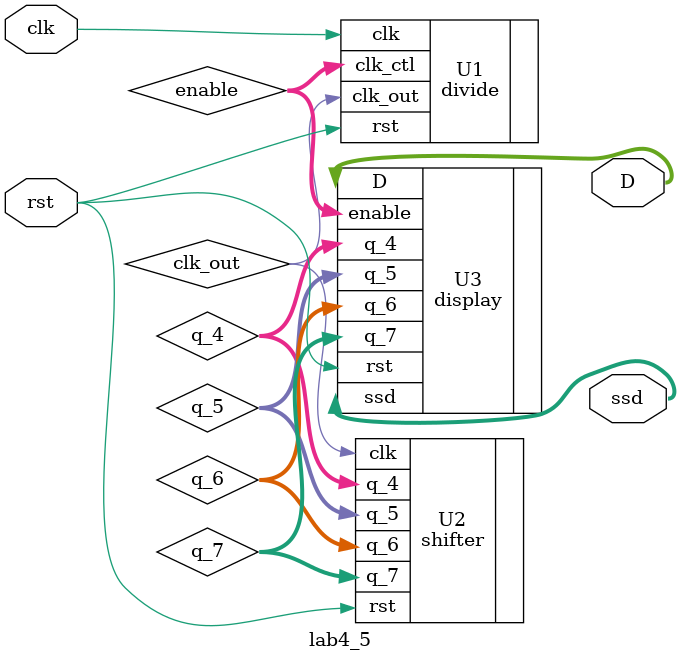
<source format=v>
`timescale 1ns / 1ps


module lab4_5(clk,rst,ssd,D);
input clk,rst;
output [3:0]ssd;
output [7:0]D;

wire f_out;
wire [2:0]enable;
wire [7:0]q_7;
wire [7:0]q_6;
wire [7:0]q_5;
wire [7:0]q_4;
wire [7:0]q_3;
wire [7:0]q_2;
wire [7:0]q_1;
wire [7:0]q_0;


divide U1(.clk(clk),.rst(rst),.clk_out(clk_out),.clk_ctl(enable));
shifter U2(.clk(clk_out),.rst(rst),.q_7(q_7),.q_6(q_6),.q_5(q_5),.q_4(q_4));
display U3(.ssd(ssd),.D(D),.enable(enable),.rst(rst),.q_7(q_7),.q_6(q_6),.q_5(q_5),.q_4(q_4));

endmodule

</source>
